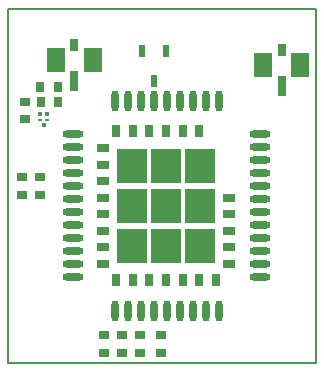
<source format=gtp>
%FSLAX25Y25*%
%MOIN*%
G70*
G01*
G75*
G04 Layer_Color=8421504*
%ADD10C,0.01500*%
%ADD11C,0.01000*%
%ADD12C,0.02000*%
%ADD13R,0.03937X0.03150*%
%ADD14R,0.03150X0.03937*%
%ADD15R,0.09843X0.11811*%
%ADD16O,0.07087X0.02362*%
%ADD17O,0.02362X0.07087*%
%ADD18R,0.03347X0.02756*%
%ADD19R,0.02756X0.03347*%
%ADD20R,0.03150X0.07000*%
%ADD21R,0.06000X0.07874*%
%ADD22R,0.01181X0.01181*%
%ADD23R,0.01378X0.00984*%
%ADD24R,0.01378X0.01181*%
%ADD25R,0.02362X0.03937*%
%ADD26C,0.01200*%
%ADD27C,0.00800*%
%ADD28R,0.06800X0.08800*%
%ADD29R,0.12700X0.10700*%
%ADD30C,0.00500*%
%ADD31R,0.05906X0.05906*%
%ADD32C,0.05906*%
%ADD33C,0.02000*%
%ADD34C,0.04000*%
%ADD35R,0.05906X0.03937*%
%ADD36R,0.01575X0.03347*%
%ADD37R,0.07000X0.10000*%
%ADD38R,0.02756X0.08268*%
%ADD39R,0.02559X0.04843*%
%ADD40C,0.02500*%
%ADD41R,0.07200X0.31400*%
%ADD42R,0.10700X0.04700*%
%ADD43R,0.12600X0.10400*%
%ADD44R,0.12100X0.10500*%
%ADD45C,0.00400*%
%ADD46C,0.00300*%
D13*
X73569Y-73923D02*
D03*
Y-84946D02*
D03*
X31436D02*
D03*
Y-79435D02*
D03*
Y-62899D02*
D03*
Y-51876D02*
D03*
Y-46364D02*
D03*
Y-57387D02*
D03*
Y-68411D02*
D03*
Y-73923D02*
D03*
X73569Y-62899D02*
D03*
Y-68411D02*
D03*
Y-79435D02*
D03*
D14*
X35967Y-90458D02*
D03*
X58014Y-40816D02*
D03*
X52502D02*
D03*
X35967D02*
D03*
X41479D02*
D03*
X46990D02*
D03*
X63526D02*
D03*
X41479Y-90458D02*
D03*
X46990D02*
D03*
X52502D02*
D03*
X58014D02*
D03*
X63526D02*
D03*
X69038D02*
D03*
X22000Y-11900D02*
D03*
X91100Y-13500D02*
D03*
D15*
X63920Y-65619D02*
D03*
X41085Y-52233D02*
D03*
X63920D02*
D03*
X52502D02*
D03*
X41085Y-65619D02*
D03*
X52502D02*
D03*
X41085Y-79005D02*
D03*
X63920D02*
D03*
X52502D02*
D03*
D16*
X83998Y-80776D02*
D03*
Y-89438D02*
D03*
Y-76446D02*
D03*
Y-72115D02*
D03*
Y-67784D02*
D03*
Y-63454D02*
D03*
Y-59123D02*
D03*
Y-54792D02*
D03*
Y-46131D02*
D03*
Y-41800D02*
D03*
X21400Y-85107D02*
D03*
Y-80776D02*
D03*
Y-76446D02*
D03*
Y-72115D02*
D03*
Y-67784D02*
D03*
Y-63454D02*
D03*
Y-59123D02*
D03*
Y-54792D02*
D03*
Y-50461D02*
D03*
Y-46131D02*
D03*
Y-41800D02*
D03*
Y-89438D02*
D03*
X83998Y-85107D02*
D03*
Y-50461D02*
D03*
D17*
X39707Y-100658D02*
D03*
X70022D02*
D03*
X65691D02*
D03*
X61361D02*
D03*
X57030D02*
D03*
X39707Y-30580D02*
D03*
X44038D02*
D03*
X48368D02*
D03*
X52699D02*
D03*
X57030D02*
D03*
X61361D02*
D03*
X65691D02*
D03*
X70022D02*
D03*
X35376Y-100658D02*
D03*
X44038D02*
D03*
X48368D02*
D03*
X52699D02*
D03*
X35376Y-30580D02*
D03*
D18*
X31800Y-108794D02*
D03*
Y-114700D02*
D03*
X43900Y-108794D02*
D03*
Y-114700D02*
D03*
X37933Y-108794D02*
D03*
Y-114700D02*
D03*
X50700Y-108794D02*
D03*
Y-114700D02*
D03*
X5500Y-30900D02*
D03*
Y-36805D02*
D03*
X10600Y-62000D02*
D03*
Y-56094D02*
D03*
X4600Y-56039D02*
D03*
Y-61945D02*
D03*
D19*
X16500Y-26000D02*
D03*
X10594D02*
D03*
X16605Y-30900D02*
D03*
X10700D02*
D03*
D20*
X22000Y-24136D02*
D03*
X91100Y-25736D02*
D03*
D21*
X28100Y-17000D02*
D03*
X15864Y-16900D02*
D03*
X97200Y-18600D02*
D03*
X84964Y-18500D02*
D03*
D22*
X11800Y-38700D02*
D03*
D23*
X10668Y-37027D02*
D03*
X12932D02*
D03*
D24*
X10668Y-35157D02*
D03*
X12932D02*
D03*
D25*
X44526Y-14100D02*
D03*
X48463Y-23943D02*
D03*
X52400Y-14100D02*
D03*
D30*
X102362Y-118110D02*
Y0D01*
X0Y-118110D02*
X102362D01*
X0D02*
Y0D01*
X102362D01*
M02*

</source>
